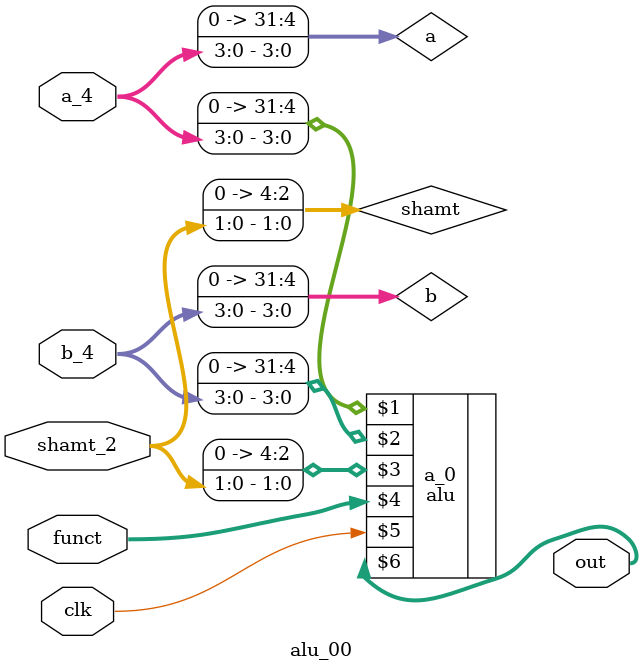
<source format=v>
module alu_00(a_4,b_4,shamt_2,funct,clk,out);
    input [3:0] a_4, b_4;
    input [1:0] shamt_2;
    input [3:0] funct;
    input clk;
    output [31:0] out;

    wire [31:0] a, b;
    assign a = {28'b0, a_4};
    assign b = {28'b0, b_4};
    wire [4:0] shamt;
    assign shamt = {3'b0, shamt_2};

    alu a_0(a,b,shamt,funct,clk,out);
endmodule
</source>
